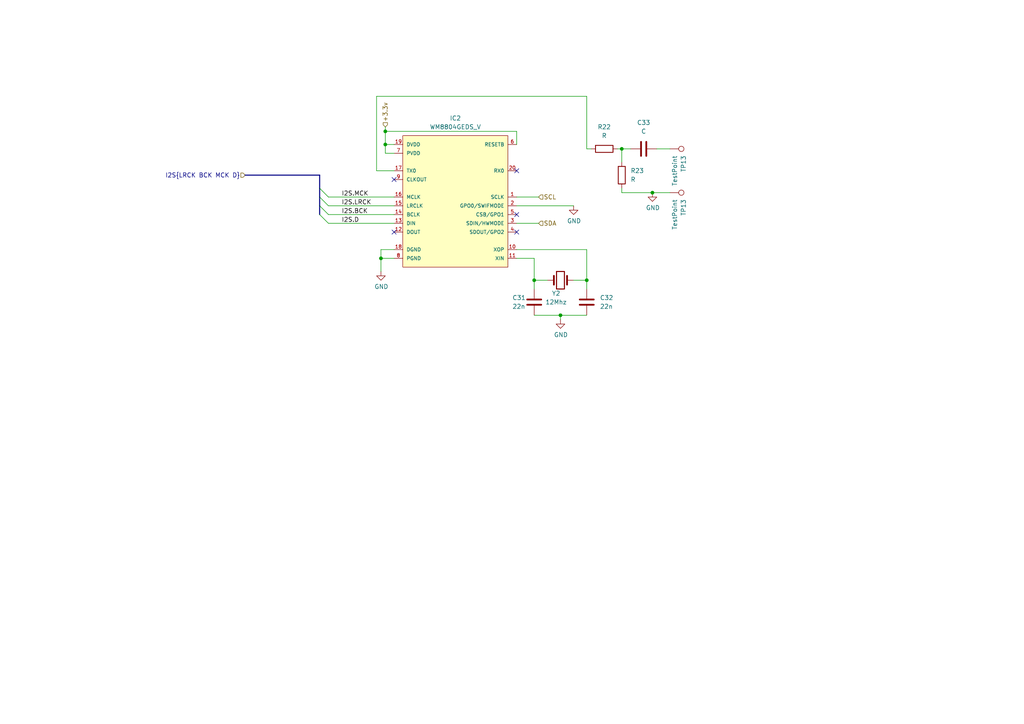
<source format=kicad_sch>
(kicad_sch (version 20230121) (generator eeschema)
  (paper "A4")
  (lib_symbols
    (symbol "Connector:TestPoint" (pin_numbers hide) (pin_names (offset 0.762) hide)
      (property "Reference" "TP" (at 0 6.858 0))
      (property "Value" "TestPoint" (at 0 5.08 0))
      (symbol "TestPoint_0_1"
        (circle (center 0 3.302) (radius 0.762))
      )
      (symbol "TestPoint_1_1"
        (pin passive line (at 0 0 90) (length 2.54) (name "1") (number "1"))
      )
    )
    (symbol "Device:C" (pin_numbers hide) (pin_names (offset 0.254))
      (property "Reference" "C" (at 0.635 2.54 0))
      (property "Value" "C" (at 0.635 -2.54 0))
      (symbol "C_0_1"
        (polyline (pts (xy -2.032 -0.762) (xy 2.032 -0.762)) (stroke (width 0.508)))
        (polyline (pts (xy -2.032 0.762) (xy 2.032 0.762)) (stroke (width 0.508)))
      )
      (symbol "C_1_1"
        (pin passive line (at 0 3.81 270) (length 2.794) (name "~") (number "1"))
        (pin passive line (at 0 -3.81 90) (length 2.794) (name "~") (number "2"))
      )
    )
    (symbol "Device:Crystal" (pin_numbers hide) (pin_names (offset 1.016) hide)
      (property "Reference" "Y" (at 0 3.81 0))
      (property "Value" "Crystal" (at 0 -3.81 0))
      (symbol "Crystal_0_1"
        (rectangle (start -1.143 2.54) (end 1.143 -2.54) (stroke (width 0.3048)))
        (polyline (pts (xy -2.54 0) (xy -1.905 0)))
        (polyline (pts (xy -1.905 -1.27) (xy -1.905 1.27)) (stroke (width 0.508)))
        (polyline (pts (xy 1.905 -1.27) (xy 1.905 1.27)) (stroke (width 0.508)))
        (polyline (pts (xy 2.54 0) (xy 1.905 0)))
      )
      (symbol "Crystal_1_1"
        (pin passive line (at -3.81 0 0) (length 1.27) (name "1") (number "1"))
        (pin passive line (at 3.81 0 180) (length 1.27) (name "2") (number "2"))
      )
    )
    (symbol "Device:R" (pin_numbers hide) (pin_names (offset 0))
      (property "Reference" "R" (at 2.032 0 90))
      (property "Value" "R" (at 0 0 90))
      (symbol "R_0_1"
        (rectangle (start -1.016 -2.54) (end 1.016 2.54) (stroke (width 0.254)))
      )
      (symbol "R_1_1"
        (pin passive line (at 0 3.81 270) (length 1.27) (name "~") (number "1"))
        (pin passive line (at 0 -3.81 90) (length 1.27) (name "~") (number "2"))
      )
    )
    (symbol "GND_1" (power) (pin_names (offset 0))
      (property "Value" "GND_1" (at 0 -3.81 0))
      (symbol "GND_1_0_1"
        (polyline (pts (xy 0 0) (xy 0 -1.27) (xy 1.27 -1.27) (xy 0 -2.54) (xy -1.27 -1.27) (xy 0 -1.27)))
      )
      (symbol "GND_1_1_1"
        (pin power_in line (at 0 0 270) (length 0) hide (name "GND") (number "1"))
      )
    )
    (symbol "GND_2" (power) (pin_names (offset 0))
      (property "Value" "GND_2" (at 0 -3.81 0))
      (symbol "GND_2_0_1"
        (polyline (pts (xy 0 0) (xy 0 -1.27) (xy 1.27 -1.27) (xy 0 -2.54) (xy -1.27 -1.27) (xy 0 -1.27)))
      )
      (symbol "GND_2_1_1"
        (pin power_in line (at 0 0 270) (length 0) hide (name "GND") (number "1"))
      )
    )
    (symbol "GND_3" (power) (pin_names (offset 0))
      (property "Value" "GND_3" (at 0 -3.81 0))
      (symbol "GND_3_0_1"
        (polyline (pts (xy 0 0) (xy 0 -1.27) (xy 1.27 -1.27) (xy 0 -2.54) (xy -1.27 -1.27) (xy 0 -1.27)))
      )
      (symbol "GND_3_1_1"
        (pin power_in line (at 0 0 270) (length 0) hide (name "GND") (number "1"))
      )
    )
    (symbol "WM8804GEDS_V:WM8804GEDS_V" (pin_names (offset 1.016))
      (property "Reference" "IC" (at -15.24 13.97 0))
      (property "Value" "WM8804GEDS_V" (at -15.24 -27.94 0))
      (symbol "WM8804GEDS_V_0_0"
        (rectangle (start -15.24 -25.4) (end 15.24 12.7) (stroke (width 0.1524)) (fill (type background)))
        (pin bidirectional line (at -17.78 -5.08 0) (length 2.54) (name "SCLK") (number "1"))
        (pin bidirectional line (at -17.78 -20.32 0) (length 2.54) (name "XOP") (number "10"))
        (pin bidirectional line (at -17.78 -22.86 0) (length 2.54) (name "XIN") (number "11"))
        (pin bidirectional line (at 17.78 -15.24 180) (length 2.54) (name "DOUT") (number "12"))
        (pin bidirectional line (at 17.78 -12.7 180) (length 2.54) (name "DIN") (number "13"))
        (pin bidirectional line (at 17.78 -10.16 180) (length 2.54) (name "BCLK") (number "14"))
        (pin bidirectional line (at 17.78 -7.62 180) (length 2.54) (name "LRCLK") (number "15"))
        (pin bidirectional line (at 17.78 -5.08 180) (length 2.54) (name "MCLK") (number "16"))
        (pin bidirectional line (at 17.78 2.54 180) (length 2.54) (name "TX0") (number "17"))
        (pin bidirectional line (at 17.78 -20.32 180) (length 2.54) (name "DGND") (number "18"))
        (pin bidirectional line (at 17.78 10.16 180) (length 2.54) (name "DVDD") (number "19"))
        (pin bidirectional line (at -17.78 -7.62 0) (length 2.54) (name "GPO0/SWIFMODE") (number "2"))
        (pin bidirectional line (at -17.78 2.54 0) (length 2.54) (name "RX0") (number "20"))
        (pin bidirectional line (at -17.78 -12.7 0) (length 2.54) (name "SDIN/HWMODE") (number "3"))
        (pin bidirectional line (at -17.78 -15.24 0) (length 2.54) (name "SDOUT/GPO2") (number "4"))
        (pin bidirectional line (at -17.78 -10.16 0) (length 2.54) (name "CSB/GPO1") (number "5"))
        (pin bidirectional line (at -17.78 10.16 0) (length 2.54) (name "RESETB") (number "6"))
        (pin bidirectional line (at 17.78 7.62 180) (length 2.54) (name "PVDD") (number "7"))
        (pin bidirectional line (at 17.78 -22.86 180) (length 2.54) (name "PGND") (number "8"))
        (pin bidirectional line (at 17.78 0 180) (length 2.54) (name "CLKOUT") (number "9"))
      )
    )
    (symbol "power:GND" (power) (pin_names (offset 0))
      (property "Value" "GND" (at 0 -3.81 0))
      (symbol "GND_0_1"
        (polyline (pts (xy 0 0) (xy 0 -1.27) (xy 1.27 -1.27) (xy 0 -2.54) (xy -1.27 -1.27) (xy 0 -1.27)))
      )
      (symbol "GND_1_1"
        (pin power_in line (at 0 0 270) (length 0) hide (name "GND") (number "1"))
      )
    )
  )
  (junction (at 162.56 91.44))
  (junction (at 170.18 81.28))
  (junction (at 180.34 43.18))
  (junction (at 110.49 74.93))
  (junction (at 111.76 38.1))
  (junction (at 111.76 41.91))
  (junction (at 189.23 55.88))
  (junction (at 154.94 81.28))
  (no_connect (at 149.86 62.23))
  (no_connect (at 149.86 67.31))
  (no_connect (at 114.3 52.07))
  (no_connect (at 149.86 49.53))
  (no_connect (at 114.3 67.31))
  (bus_entry (at 92.71 54.61) (size 2.54 2.54))
  (bus_entry (at 92.71 62.23) (size 2.54 2.54))
  (bus_entry (at 92.71 57.15) (size 2.54 2.54))
  (bus_entry (at 92.71 59.69) (size 2.54 2.54))
  (wire (pts (xy 170.18 43.18) (xy 171.45 43.18)))
  (wire (pts (xy 180.34 43.18) (xy 180.34 46.99)))
  (wire (pts (xy 162.56 91.44) (xy 170.18 91.44)))
  (wire (pts (xy 158.75 81.28) (xy 154.94 81.28)))
  (wire (pts (xy 111.76 36.83) (xy 111.76 38.1)))
  (wire (pts (xy 170.18 27.94) (xy 170.18 43.18)))
  (wire (pts (xy 179.07 43.18) (xy 180.34 43.18)))
  (wire (pts (xy 166.37 81.28) (xy 170.18 81.28)))
  (wire (pts (xy 149.86 59.69) (xy 166.37 59.69)))
  (wire (pts (xy 189.23 55.88) (xy 194.31 55.88)))
  (wire (pts (xy 109.22 49.53) (xy 114.3 49.53)))
  (wire (pts (xy 95.25 64.77) (xy 114.3 64.77)))
  (wire (pts (xy 149.86 64.77) (xy 156.21 64.77)))
  (wire (pts (xy 170.18 72.39) (xy 170.18 81.28)))
  (bus (pts (xy 92.71 50.8) (xy 92.71 54.61)))
  (wire (pts (xy 110.49 74.93) (xy 110.49 78.74)))
  (wire (pts (xy 111.76 38.1) (xy 149.86 38.1)))
  (wire (pts (xy 110.49 74.93) (xy 114.3 74.93)))
  (wire (pts (xy 95.25 57.15) (xy 114.3 57.15)))
  (wire (pts (xy 170.18 27.94) (xy 109.22 27.94)))
  (wire (pts (xy 154.94 91.44) (xy 162.56 91.44)))
  (wire (pts (xy 180.34 55.88) (xy 180.34 54.61)))
  (wire (pts (xy 149.86 72.39) (xy 170.18 72.39)))
  (wire (pts (xy 95.25 59.69) (xy 114.3 59.69)))
  (wire (pts (xy 111.76 41.91) (xy 114.3 41.91)))
  (wire (pts (xy 190.5 43.18) (xy 194.31 43.18)))
  (wire (pts (xy 149.86 57.15) (xy 156.21 57.15)))
  (wire (pts (xy 149.86 38.1) (xy 149.86 41.91)))
  (wire (pts (xy 95.25 62.23) (xy 114.3 62.23)))
  (wire (pts (xy 162.56 91.44) (xy 162.56 92.71)))
  (wire (pts (xy 109.22 27.94) (xy 109.22 49.53)))
  (wire (pts (xy 180.34 43.18) (xy 182.88 43.18)))
  (bus (pts (xy 71.12 50.8) (xy 92.71 50.8)))
  (wire (pts (xy 111.76 44.45) (xy 114.3 44.45)))
  (wire (pts (xy 189.23 55.88) (xy 180.34 55.88)))
  (wire (pts (xy 149.86 74.93) (xy 154.94 74.93)))
  (wire (pts (xy 111.76 41.91) (xy 111.76 44.45)))
  (bus (pts (xy 92.71 54.61) (xy 92.71 57.15)))
  (wire (pts (xy 170.18 81.28) (xy 170.18 83.82)))
  (wire (pts (xy 154.94 81.28) (xy 154.94 83.82)))
  (bus (pts (xy 92.71 59.69) (xy 92.71 62.23)))
  (wire (pts (xy 114.3 72.39) (xy 110.49 72.39)))
  (wire (pts (xy 110.49 72.39) (xy 110.49 74.93)))
  (bus (pts (xy 92.71 57.15) (xy 92.71 59.69)))
  (wire (pts (xy 111.76 38.1) (xy 111.76 41.91)))
  (wire (pts (xy 154.94 74.93) (xy 154.94 81.28)))
  (label "I2S.MCK" (at 99.06 57.15 0))
  (label "I2S.BCK" (at 99.06 62.23 0))
  (label "I2S.LRCK" (at 99.06 59.69 0))
  (label "I2S.D" (at 99.06 64.77 0))
  (hierarchical_label "I2S{LRCK BCK MCK D}" (shape input) (at 71.12 50.8 180))
  (hierarchical_label "+3.3v" (shape input) (at 111.76 36.83 90))
  (hierarchical_label "SDA" (shape input) (at 156.21 64.77 0))
  (hierarchical_label "SCL" (shape input) (at 156.21 57.15 0))
  (symbol (lib_name "GND_2") (lib_id "power:GND") (at 166.37 59.69 0) (unit 1)
    (property "Reference" "#PWR031" (effects hide))
    (property "Value" "GND" (at 166.497 64.0842 0))
    (instances (project "VolumioAmp" (path "" (reference "#PWR031") (unit 1)) (path "" (reference "#PWR040") (unit 1))) (project "CM4IOv5" (path "" (reference "#PWR013") (unit 1))))
  )
  (symbol (lib_id "Connector:TestPoint") (at 194.31 55.88 270) (unit 1)
    (property "Reference" "TP13" (at 198.247 57.785 0) (effects (justify left)))
    (property "Value" "TestPoint" (at 195.707 57.785 0) (effects (justify left)))
    (property "Footprint" "TestPoint:TestPoint_Bridge_Pitch2.54mm_Drill1.0mm" (effects hide))
    (property "Field4" "nf" (effects hide))
    (property "Field5" "nf" (effects hide))
    (property "Field6" "nf" (effects hide))
    (property "Field7" "nf" (effects hide))
    (instances (project "VolumioAmp" (path "" (reference "TP13") (unit 1)) (path "" (reference "TP22") (unit 1))) (project "CM4IOv5" (path "" (reference "TP4") (unit 1))))
  )
  (symbol (lib_id "power:GND") (at 189.23 55.88 0) (unit 1)
    (property "Reference" "#PWR029" (effects hide))
    (property "Value" "GND" (at 189.357 60.2742 0))
    (instances (project "VolumioAmp" (path "" (reference "#PWR029") (unit 1)) (path "" (reference "#PWR041") (unit 1))) (project "CM4IOv5" (path "" (reference "#PWR013") (unit 1))))
  )
  (symbol (lib_id "Device:Crystal") (at 162.56 81.28 0) (unit 1)
    (property "Reference" "Y2" (at 161.29 85.09 0))
    (property "Value" "12Mhz" (at 161.29 87.63 0))
    (property "Footprint" "Crystal:Crystal_SMD_Abracon_ABM3-2Pin_5.0x3.2mm_HandSoldering" (effects hide))
  )
  (symbol (lib_id "WM8804GEDS_V:WM8804GEDS_V") (at 132.08 52.07 0) (mirror y) (unit 1)
    (property "Reference" "IC2" (at 132.08 34.29 0))
    (property "Value" "WM8804GEDS_V" (at 132.08 36.83 0))
    (property "Footprint" "Footprints:SOP65P780X200-20N" (effects hide))
    (property "MF" "Cirrus Logic" (effects hide))
    (property "Description" "\nAudio Audio Transceiver 1 Channel 20-SSOP\n" (effects hide))
    (property "Package" "SSOP-20 Wolfson" (effects hide))
    (property "Price" "None" (effects hide))
    (property "SnapEDA_Link" "https://www.snapeda.com/parts/WM8804GEDS/V/Cirrus+Logic+Inc./view-part/?ref=snap" (effects hide))
    (property "MP" "WM8804GEDS/V" (effects hide))
    (property "Purchase-URL" "https://www.snapeda.com/api/url_track_click_mouser/?unipart_id=583498&manufacturer=Cirrus Logic&part_name=WM8804GEDS/V&search_term=wm8804g" (effects hide))
    (property "Availability" "In Stock" (effects hide))
    (property "Check_prices" "https://www.snapeda.com/parts/WM8804GEDS/V/Cirrus+Logic+Inc./view-part/?ref=eda" (effects hide))
  )
  (symbol (lib_id "Device:R") (at 180.34 50.8 0) (unit 1)
    (property "Reference" "R23" (at 182.88 49.53 0) (effects (justify left)))
    (property "Value" "R" (at 182.88 52.07 0) (effects (justify left)))
    (property "Footprint" "Resistor_SMD:R_0805_2012Metric_Pad1.20x1.40mm_HandSolder" (effects hide))
  )
  (symbol (lib_name "GND_1") (lib_id "power:GND") (at 110.49 78.74 0) (unit 1)
    (property "Reference" "#PWR030" (effects hide))
    (property "Value" "GND" (at 110.617 83.1342 0))
    (instances (project "VolumioAmp" (path "" (reference "#PWR030") (unit 1)) (path "" (reference "#PWR038") (unit 1))) (project "CM4IOv5" (path "" (reference "#PWR013") (unit 1))))
  )
  (symbol (lib_id "Device:C") (at 170.18 87.63 0) (unit 1)
    (property "Reference" "C32" (at 173.99 86.36 0) (effects (justify left)))
    (property "Value" "22n" (at 173.99 88.9 0) (effects (justify left)))
    (property "Footprint" "Capacitor_SMD:C_0805_2012Metric_Pad1.18x1.45mm_HandSolder" (effects hide))
    (instances (project "VolumioAmp" (path "" (reference "C32") (unit 1)) (path "" (reference "C47") (unit 1))))
  )
  (symbol (lib_name "GND_3") (lib_id "power:GND") (at 162.56 92.71 0) (unit 1)
    (property "Reference" "#PWR028" (effects hide))
    (property "Value" "GND" (at 162.687 97.1042 0))
    (instances (project "VolumioAmp" (path "" (reference "#PWR028") (unit 1)) (path "" (reference "#PWR039") (unit 1))) (project "CM4IOv5" (path "" (reference "#PWR013") (unit 1))))
  )
  (symbol (lib_id "Connector:TestPoint") (at 194.31 43.18 270) (unit 1)
    (property "Reference" "TP13" (at 198.247 45.085 0) (effects (justify left)))
    (property "Value" "TestPoint" (at 195.707 45.085 0) (effects (justify left)))
    (property "Footprint" "TestPoint:TestPoint_Bridge_Pitch2.54mm_Drill1.0mm" (effects hide))
    (property "Field4" "nf" (effects hide))
    (property "Field5" "nf" (effects hide))
    (property "Field6" "nf" (effects hide))
    (property "Field7" "nf" (effects hide))
    (instances (project "VolumioAmp" (path "" (reference "TP13") (unit 1)) (path "" (reference "TP21") (unit 1))) (project "CM4IOv5" (path "" (reference "TP4") (unit 1))))
  )
  (symbol (lib_id "Device:C") (at 154.94 87.63 0) (unit 1)
    (property "Reference" "C31" (at 148.59 86.36 0) (effects (justify left)))
    (property "Value" "22n" (at 148.59 88.9 0) (effects (justify left)))
    (property "Footprint" "Capacitor_SMD:C_0805_2012Metric_Pad1.18x1.45mm_HandSolder" (effects hide))
    (instances (project "VolumioAmp" (path "" (reference "C31") (unit 1)) (path "" (reference "C46") (unit 1))))
  )
  (symbol (lib_id "Device:R") (at 175.26 43.18 90) (unit 1)
    (property "Reference" "R22" (at 175.26 36.83 90))
    (property "Value" "R" (at 175.26 39.37 90))
    (property "Footprint" "Resistor_SMD:R_0805_2012Metric_Pad1.20x1.40mm_HandSolder" (effects hide))
  )
  (symbol (lib_id "Device:C") (at 186.69 43.18 90) (unit 1)
    (property "Reference" "C33" (at 186.69 35.56 90))
    (property "Value" "C" (at 186.69 38.1 90))
    (property "Footprint" "Capacitor_SMD:C_0805_2012Metric_Pad1.18x1.45mm_HandSolder" (effects hide))
    (instances (project "VolumioAmp" (path "" (reference "C33") (unit 1)) (path "" (reference "C48") (unit 1))))
  )
)
</source>
